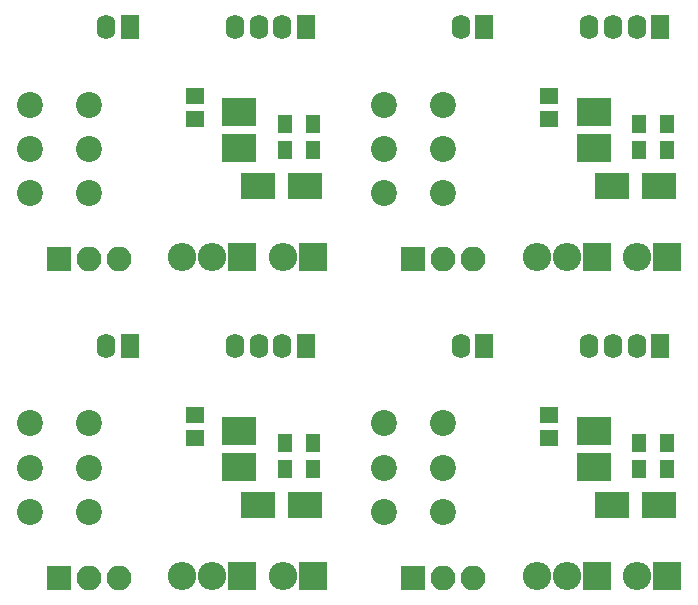
<source format=gbs>
%MOIN*%
%OFA0B0*%
%FSLAX46Y46*%
%IPPOS*%
%LPD*%
%ADD10C,0.0039370078740157488*%
%ADD11C,0.086614173228346469*%
%ADD12O,0.094448031496063X0.094448031496063*%
%ADD13R,0.094448031496063X0.094448031496063*%
%ADD14R,0.062992125984251982X0.082677165354330714*%
%ADD15O,0.062992125984251982X0.082677165354330714*%
%ADD16R,0.051181102362204731X0.062992125984251982*%
%ADD17R,0.11414803149606301X0.086648031496063*%
%ADD18R,0.064960629921259838X0.055118110236220472*%
%ADD19R,0.082677165354330714X0.082677165354330714*%
%ADD20O,0.082677165354330714X0.082677165354330714*%
%ADD21R,0.11414803149606301X0.092548031496063*%
%ADD32C,0.0039370078740157488*%
%ADD33C,0.086614173228346469*%
%ADD34O,0.094448031496063X0.094448031496063*%
%ADD35R,0.094448031496063X0.094448031496063*%
%ADD36R,0.062992125984251982X0.082677165354330714*%
%ADD37O,0.062992125984251982X0.082677165354330714*%
%ADD38R,0.051181102362204731X0.062992125984251982*%
%ADD39R,0.11414803149606301X0.086648031496063*%
%ADD40R,0.064960629921259838X0.055118110236220472*%
%ADD41R,0.082677165354330714X0.082677165354330714*%
%ADD42O,0.082677165354330714X0.082677165354330714*%
%ADD43R,0.11414803149606301X0.092548031496063*%
%ADD54C,0.0039370078740157488*%
%ADD55C,0.086614173228346469*%
%ADD56O,0.094448031496063X0.094448031496063*%
%ADD57R,0.094448031496063X0.094448031496063*%
%ADD58R,0.062992125984251982X0.082677165354330714*%
%ADD59O,0.062992125984251982X0.082677165354330714*%
%ADD60R,0.051181102362204731X0.062992125984251982*%
%ADD61R,0.11414803149606301X0.086648031496063*%
%ADD62R,0.064960629921259838X0.055118110236220472*%
%ADD63R,0.082677165354330714X0.082677165354330714*%
%ADD64O,0.082677165354330714X0.082677165354330714*%
%ADD65R,0.11414803149606301X0.092548031496063*%
%ADD76C,0.0039370078740157488*%
%ADD77C,0.086614173228346469*%
%ADD78O,0.094448031496063X0.094448031496063*%
%ADD79R,0.094448031496063X0.094448031496063*%
%ADD80R,0.062992125984251982X0.082677165354330714*%
%ADD81O,0.062992125984251982X0.082677165354330714*%
%ADD82R,0.051181102362204731X0.062992125984251982*%
%ADD83R,0.11414803149606301X0.086648031496063*%
%ADD84R,0.064960629921259838X0.055118110236220472*%
%ADD85R,0.082677165354330714X0.082677165354330714*%
%ADD86O,0.082677165354330714X0.082677165354330714*%
%ADD87R,0.11414803149606301X0.092548031496063*%
%LPD*%
G01*
D10*
D11*
X-0005354330Y0004488188D02*
X0000078740Y0000635826D03*
X0000078740Y0000488188D03*
X0000078740Y0000340551D03*
X0000275590Y0000635826D03*
X0000275590Y0000488188D03*
X0000275590Y0000340551D03*
D12*
X0000587401Y0000127952D03*
D13*
X0000787401Y0000127952D03*
D12*
X0000687401Y0000127952D03*
D14*
X0000413385Y0000895669D03*
D15*
X0000334645Y0000895669D03*
D14*
X0000999711Y0000893006D03*
D15*
X0000920970Y0000893006D03*
X0000842230Y0000893006D03*
X0000763490Y0000893006D03*
D12*
X0000923622Y0000127952D03*
D13*
X0001023622Y0000127952D03*
D16*
X0001023622Y0000484251D03*
X0001023622Y0000570866D03*
X0000929133Y0000570866D03*
X0000929133Y0000484251D03*
D17*
X0000996022Y0000364173D03*
X0000838622Y0000364173D03*
D18*
X0000629921Y0000665354D03*
X0000629921Y0000586614D03*
D19*
X0000175590Y0000120078D03*
D20*
X0000275590Y0000120078D03*
X0000375590Y0000120078D03*
D21*
X0000777977Y0000611210D03*
X0000777977Y0000491210D03*
G01*
D32*
D33*
X-0005354330Y0005551181D02*
X0000078740Y0001698818D03*
X0000078740Y0001551181D03*
X0000078740Y0001403543D03*
X0000275590Y0001698818D03*
X0000275590Y0001551181D03*
X0000275590Y0001403543D03*
D34*
X0000587401Y0001190944D03*
D35*
X0000787401Y0001190944D03*
D34*
X0000687401Y0001190944D03*
D36*
X0000413385Y0001958661D03*
D37*
X0000334645Y0001958661D03*
D36*
X0000999711Y0001955998D03*
D37*
X0000920970Y0001955998D03*
X0000842230Y0001955998D03*
X0000763490Y0001955998D03*
D34*
X0000923622Y0001190944D03*
D35*
X0001023622Y0001190944D03*
D38*
X0001023622Y0001547244D03*
X0001023622Y0001633858D03*
X0000929133Y0001633858D03*
X0000929133Y0001547244D03*
D39*
X0000996022Y0001427165D03*
X0000838622Y0001427165D03*
D40*
X0000629921Y0001728346D03*
X0000629921Y0001649606D03*
D41*
X0000175590Y0001183070D03*
D42*
X0000275590Y0001183070D03*
X0000375590Y0001183070D03*
D43*
X0000777977Y0001674201D03*
X0000777977Y0001554202D03*
G04 next file*
%LPD*%
G01*
D54*
D55*
X-0004173228Y0004488188D02*
X0001259842Y0000635826D03*
X0001259842Y0000488188D03*
X0001259842Y0000340551D03*
X0001456692Y0000635826D03*
X0001456692Y0000488188D03*
X0001456692Y0000340551D03*
D56*
X0001768503Y0000127952D03*
D57*
X0001968503Y0000127952D03*
D56*
X0001868503Y0000127952D03*
D58*
X0001594488Y0000895669D03*
D59*
X0001515748Y0000895669D03*
D58*
X0002180813Y0000893006D03*
D59*
X0002102073Y0000893006D03*
X0002023333Y0000893006D03*
X0001944593Y0000893006D03*
D56*
X0002104724Y0000127952D03*
D57*
X0002204724Y0000127952D03*
D60*
X0002204724Y0000484251D03*
X0002204724Y0000570866D03*
X0002110236Y0000570866D03*
X0002110236Y0000484251D03*
D61*
X0002177125Y0000364173D03*
X0002019725Y0000364173D03*
D62*
X0001811023Y0000665354D03*
X0001811023Y0000586614D03*
D63*
X0001356692Y0000120078D03*
D64*
X0001456692Y0000120078D03*
X0001556692Y0000120078D03*
D65*
X0001959079Y0000611210D03*
X0001959079Y0000491210D03*
G04 next file*
G04 #@! TF.FileFunction,Soldermask,Bot*
G04 Gerber Fmt 4.6, Leading zero omitted, Abs format (unit mm)*
G04 Created by KiCad (PCBNEW 4.0.4-1.fc24-product) date Mon Apr 30 14:16:04 2018*
G01*
G04 APERTURE LIST*
G04 APERTURE END LIST*
D76*
D77*
X-0004173228Y0005551181D02*
X0001259842Y0001698818D03*
X0001259842Y0001551181D03*
X0001259842Y0001403543D03*
X0001456692Y0001698818D03*
X0001456692Y0001551181D03*
X0001456692Y0001403543D03*
D78*
X0001768503Y0001190944D03*
D79*
X0001968503Y0001190944D03*
D78*
X0001868503Y0001190944D03*
D80*
X0001594488Y0001958661D03*
D81*
X0001515748Y0001958661D03*
D80*
X0002180813Y0001955998D03*
D81*
X0002102073Y0001955998D03*
X0002023333Y0001955998D03*
X0001944593Y0001955998D03*
D78*
X0002104724Y0001190944D03*
D79*
X0002204724Y0001190944D03*
D82*
X0002204724Y0001547244D03*
X0002204724Y0001633858D03*
X0002110236Y0001633858D03*
X0002110236Y0001547244D03*
D83*
X0002177125Y0001427165D03*
X0002019725Y0001427165D03*
D84*
X0001811023Y0001728346D03*
X0001811023Y0001649606D03*
D85*
X0001356692Y0001183070D03*
D86*
X0001456692Y0001183070D03*
X0001556692Y0001183070D03*
D87*
X0001959079Y0001674201D03*
X0001959079Y0001554202D03*
M02*
</source>
